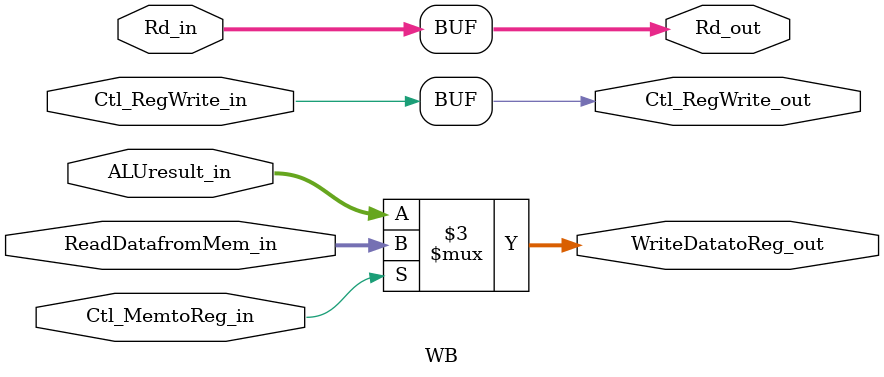
<source format=v>
`timescale 1ns / 1ps

module WB(
// control signal
input Ctl_RegWrite_in, Ctl_MemtoReg_in,
output reg Ctl_RegWrite_out,
//
input [ 4:0] Rd_in,
input [31:0] ReadDatafromMem_in, ALUresult_in,
output reg [ 4:0] Rd_out,
output reg [31:0] WriteDatatoReg_out
);

always @(*) begin
Rd_out <= Rd_in;
Ctl_RegWrite_out <= Ctl_RegWrite_in;
WriteDatatoReg_out <= (Ctl_MemtoReg_in == 1) ? ReadDatafromMem_in : ALUresult_in;
end
endmodule
</source>
